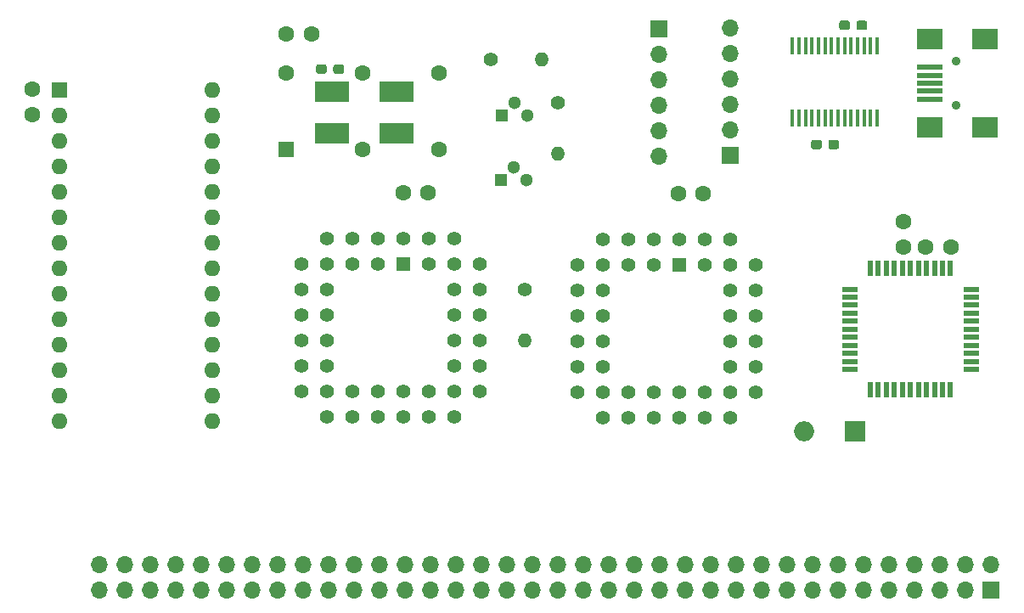
<source format=gbr>
%TF.GenerationSoftware,KiCad,Pcbnew,(5.1.12)-1*%
%TF.CreationDate,2022-08-10T21:51:47-07:00*%
%TF.ProjectId,JBX16_UARTCard,4a425831-365f-4554-9152-54436172642e,rev?*%
%TF.SameCoordinates,Original*%
%TF.FileFunction,Soldermask,Top*%
%TF.FilePolarity,Negative*%
%FSLAX46Y46*%
G04 Gerber Fmt 4.6, Leading zero omitted, Abs format (unit mm)*
G04 Created by KiCad (PCBNEW (5.1.12)-1) date 2022-08-10 21:51:47*
%MOMM*%
%LPD*%
G01*
G04 APERTURE LIST*
%ADD10O,1.700000X1.700000*%
%ADD11R,1.700000X1.700000*%
%ADD12O,1.400000X1.400000*%
%ADD13C,1.400000*%
%ADD14R,1.300000X1.300000*%
%ADD15C,1.300000*%
%ADD16C,1.600000*%
%ADD17O,2.000000X2.000000*%
%ADD18R,2.000000X2.000000*%
%ADD19O,1.600000X1.600000*%
%ADD20R,1.600000X1.600000*%
%ADD21C,0.900000*%
%ADD22R,2.500000X0.500000*%
%ADD23R,2.500000X2.000000*%
%ADD24C,1.422400*%
%ADD25R,1.422400X1.422400*%
%ADD26R,3.500000X2.000000*%
%ADD27R,0.450000X1.750000*%
%ADD28R,0.520000X1.500000*%
%ADD29R,1.500000X0.520000*%
G04 APERTURE END LIST*
D10*
%TO.C,J3*%
X145973800Y-93827600D03*
X145973800Y-91287600D03*
X145973800Y-88747600D03*
X145973800Y-86207600D03*
X145973800Y-83667600D03*
D11*
X145973800Y-81127600D03*
%TD*%
D12*
%TO.C,R3*%
X134279640Y-84244180D03*
D13*
X129199640Y-84244180D03*
%TD*%
D12*
%TO.C,R2*%
X135856980Y-93644720D03*
D13*
X135856980Y-88564720D03*
%TD*%
D14*
%TO.C,Q2*%
X130266440Y-89827100D03*
D15*
X132806440Y-89827100D03*
X131536440Y-88557100D03*
%TD*%
%TO.C,C9*%
G36*
G01*
X165663760Y-81050140D02*
X165663760Y-80575140D01*
G75*
G02*
X165901260Y-80337640I237500J0D01*
G01*
X166501260Y-80337640D01*
G75*
G02*
X166738760Y-80575140I0J-237500D01*
G01*
X166738760Y-81050140D01*
G75*
G02*
X166501260Y-81287640I-237500J0D01*
G01*
X165901260Y-81287640D01*
G75*
G02*
X165663760Y-81050140I0J237500D01*
G01*
G37*
G36*
G01*
X163938760Y-81050140D02*
X163938760Y-80575140D01*
G75*
G02*
X164176260Y-80337640I237500J0D01*
G01*
X164776260Y-80337640D01*
G75*
G02*
X165013760Y-80575140I0J-237500D01*
G01*
X165013760Y-81050140D01*
G75*
G02*
X164776260Y-81287640I-237500J0D01*
G01*
X164176260Y-81287640D01*
G75*
G02*
X163938760Y-81050140I0J237500D01*
G01*
G37*
%TD*%
%TO.C,C8*%
G36*
G01*
X162864680Y-92942420D02*
X162864680Y-92467420D01*
G75*
G02*
X163102180Y-92229920I237500J0D01*
G01*
X163702180Y-92229920D01*
G75*
G02*
X163939680Y-92467420I0J-237500D01*
G01*
X163939680Y-92942420D01*
G75*
G02*
X163702180Y-93179920I-237500J0D01*
G01*
X163102180Y-93179920D01*
G75*
G02*
X162864680Y-92942420I0J237500D01*
G01*
G37*
G36*
G01*
X161139680Y-92942420D02*
X161139680Y-92467420D01*
G75*
G02*
X161377180Y-92229920I237500J0D01*
G01*
X161977180Y-92229920D01*
G75*
G02*
X162214680Y-92467420I0J-237500D01*
G01*
X162214680Y-92942420D01*
G75*
G02*
X161977180Y-93179920I-237500J0D01*
G01*
X161377180Y-93179920D01*
G75*
G02*
X161139680Y-92942420I0J237500D01*
G01*
G37*
%TD*%
%TO.C,C7*%
G36*
G01*
X113492160Y-85418940D02*
X113492160Y-84943940D01*
G75*
G02*
X113729660Y-84706440I237500J0D01*
G01*
X114329660Y-84706440D01*
G75*
G02*
X114567160Y-84943940I0J-237500D01*
G01*
X114567160Y-85418940D01*
G75*
G02*
X114329660Y-85656440I-237500J0D01*
G01*
X113729660Y-85656440D01*
G75*
G02*
X113492160Y-85418940I0J237500D01*
G01*
G37*
G36*
G01*
X111767160Y-85418940D02*
X111767160Y-84943940D01*
G75*
G02*
X112004660Y-84706440I237500J0D01*
G01*
X112604660Y-84706440D01*
G75*
G02*
X112842160Y-84943940I0J-237500D01*
G01*
X112842160Y-85418940D01*
G75*
G02*
X112604660Y-85656440I-237500J0D01*
G01*
X112004660Y-85656440D01*
G75*
G02*
X111767160Y-85418940I0J237500D01*
G01*
G37*
%TD*%
D16*
%TO.C,C3*%
X170307000Y-100420800D03*
X170307000Y-102920800D03*
%TD*%
D17*
%TO.C,D1*%
X160428940Y-121267220D03*
D18*
X165508940Y-121267220D03*
%TD*%
D19*
%TO.C,U5*%
X101455220Y-87223600D03*
X86215220Y-120243600D03*
X101455220Y-89763600D03*
X86215220Y-117703600D03*
X101455220Y-92303600D03*
X86215220Y-115163600D03*
X101455220Y-94843600D03*
X86215220Y-112623600D03*
X101455220Y-97383600D03*
X86215220Y-110083600D03*
X101455220Y-99923600D03*
X86215220Y-107543600D03*
X101455220Y-102463600D03*
X86215220Y-105003600D03*
X101455220Y-105003600D03*
X86215220Y-102463600D03*
X101455220Y-107543600D03*
X86215220Y-99923600D03*
X101455220Y-110083600D03*
X86215220Y-97383600D03*
X101455220Y-112623600D03*
X86215220Y-94843600D03*
X101455220Y-115163600D03*
X86215220Y-92303600D03*
X101455220Y-117703600D03*
X86215220Y-89763600D03*
X101455220Y-120243600D03*
D20*
X86215220Y-87223600D03*
%TD*%
D10*
%TO.C,U6*%
X153047700Y-81122520D03*
X153047700Y-83662520D03*
X153047700Y-86202520D03*
X153047700Y-88742520D03*
X153047700Y-91282520D03*
D11*
X153047700Y-93822520D03*
%TD*%
D10*
%TO.C,J2*%
X90208300Y-137109200D03*
X90208300Y-134569200D03*
X92748300Y-137109200D03*
X92748300Y-134569200D03*
X95288300Y-137109200D03*
X95288300Y-134569200D03*
X97828300Y-137109200D03*
X97828300Y-134569200D03*
X100368300Y-137109200D03*
X100368300Y-134569200D03*
X102908300Y-137109200D03*
X102908300Y-134569200D03*
X105448300Y-137109200D03*
X105448300Y-134569200D03*
X107988300Y-137109200D03*
X107988300Y-134569200D03*
X110528300Y-137109200D03*
X110528300Y-134569200D03*
X113068300Y-137109200D03*
X113068300Y-134569200D03*
X115608300Y-137109200D03*
X115608300Y-134569200D03*
X118148300Y-137109200D03*
X118148300Y-134569200D03*
X120688300Y-137109200D03*
X120688300Y-134569200D03*
X123228300Y-137109200D03*
X123228300Y-134569200D03*
X125768300Y-137109200D03*
X125768300Y-134569200D03*
X128308300Y-137109200D03*
X128308300Y-134569200D03*
X130848300Y-137109200D03*
X130848300Y-134569200D03*
X133388300Y-137109200D03*
X133388300Y-134569200D03*
X135928300Y-137109200D03*
X135928300Y-134569200D03*
X138468300Y-137109200D03*
X138468300Y-134569200D03*
X141008300Y-137109200D03*
X141008300Y-134569200D03*
X143548300Y-137109200D03*
X143548300Y-134569200D03*
X146088300Y-137109200D03*
X146088300Y-134569200D03*
X148628300Y-137109200D03*
X148628300Y-134569200D03*
X151168300Y-137109200D03*
X151168300Y-134569200D03*
X153708300Y-137109200D03*
X153708300Y-134569200D03*
X156248300Y-137109200D03*
X156248300Y-134569200D03*
X158788300Y-137109200D03*
X158788300Y-134569200D03*
X161328300Y-137109200D03*
X161328300Y-134569200D03*
X163868300Y-137109200D03*
X163868300Y-134569200D03*
X166408300Y-137109200D03*
X166408300Y-134569200D03*
X168948300Y-137109200D03*
X168948300Y-134569200D03*
X171488300Y-137109200D03*
X171488300Y-134569200D03*
X174028300Y-137109200D03*
X174028300Y-134569200D03*
X176568300Y-137109200D03*
X176568300Y-134569200D03*
D11*
X179108300Y-137109200D03*
D10*
X179108300Y-134569200D03*
%TD*%
D21*
%TO.C,J1*%
X175562260Y-84386060D03*
X175562260Y-88786060D03*
D22*
X172962260Y-84986060D03*
X172962260Y-85786060D03*
X172962260Y-86586060D03*
X172962260Y-87386060D03*
X172962260Y-88186060D03*
D23*
X172962260Y-82186060D03*
X172962260Y-90986060D03*
X178462260Y-82186060D03*
X178462260Y-90986060D03*
%TD*%
D24*
%TO.C,U4*%
X128084580Y-104646940D03*
X128084580Y-107186940D03*
X128084580Y-109726940D03*
X128084580Y-112266940D03*
X128084580Y-114806940D03*
X125544580Y-102106940D03*
X125544580Y-107186940D03*
X125544580Y-109726940D03*
X125544580Y-112266940D03*
X125544580Y-114806940D03*
X125544580Y-117346940D03*
X125544580Y-119886940D03*
X123004580Y-119886940D03*
X120464580Y-119886940D03*
X117924580Y-119886940D03*
X115384580Y-119886940D03*
X112844580Y-119886940D03*
X128084580Y-117346940D03*
X123004580Y-117346940D03*
X120464580Y-117346940D03*
X117924580Y-117346940D03*
X115384580Y-117346940D03*
X112844580Y-117346940D03*
X110304580Y-117346940D03*
X110304580Y-114806940D03*
X110304580Y-112266940D03*
X110304580Y-109726940D03*
X110304580Y-107186940D03*
X110304580Y-104646940D03*
X112844580Y-114806940D03*
X112844580Y-112266940D03*
X112844580Y-109726940D03*
X112844580Y-107186940D03*
X112844580Y-104646940D03*
X123004580Y-102106940D03*
X120464580Y-102106940D03*
X112844580Y-102106940D03*
X115384580Y-102106940D03*
X117924580Y-102106940D03*
X125544580Y-104646940D03*
X123004580Y-104646940D03*
X115384580Y-104646940D03*
X117924580Y-104646940D03*
D25*
X120464580Y-104646940D03*
%TD*%
D12*
%TO.C,R1*%
X132623560Y-112278160D03*
D13*
X132623560Y-107198160D03*
%TD*%
D14*
%TO.C,Q1*%
X130230880Y-96215200D03*
D15*
X132770880Y-96215200D03*
X131500880Y-94945200D03*
%TD*%
D16*
%TO.C,C6*%
X83494880Y-87218520D03*
X83494880Y-89718520D03*
%TD*%
%TO.C,C5*%
X122969660Y-97541080D03*
X120469660Y-97541080D03*
%TD*%
%TO.C,C4*%
X175051720Y-102925880D03*
X172551720Y-102925880D03*
%TD*%
%TO.C,C2*%
X111303440Y-81655920D03*
X108803440Y-81655920D03*
%TD*%
%TO.C,C1*%
X150381340Y-97558860D03*
X147881340Y-97558860D03*
%TD*%
D26*
%TO.C,X3*%
X113342280Y-87406480D03*
X119842280Y-87406480D03*
X119842280Y-91606480D03*
X113342280Y-91606480D03*
%TD*%
D16*
%TO.C,X2*%
X124045980Y-93184980D03*
X124045980Y-85564980D03*
X108805980Y-85564980D03*
D20*
X108805980Y-93184980D03*
%TD*%
D16*
%TO.C,X1*%
X116425980Y-93184980D03*
X116425980Y-85564980D03*
X108805980Y-85564980D03*
D20*
X108805980Y-93184980D03*
%TD*%
D27*
%TO.C,U3*%
X159277340Y-82881920D03*
X159927340Y-82881920D03*
X160577340Y-82881920D03*
X161227340Y-82881920D03*
X161877340Y-82881920D03*
X162527340Y-82881920D03*
X163177340Y-82881920D03*
X163827340Y-82881920D03*
X164477340Y-82881920D03*
X165127340Y-82881920D03*
X165777340Y-82881920D03*
X166427340Y-82881920D03*
X167077340Y-82881920D03*
X167727340Y-82881920D03*
X167727340Y-90081920D03*
X167077340Y-90081920D03*
X166427340Y-90081920D03*
X165777340Y-90081920D03*
X165127340Y-90081920D03*
X164477340Y-90081920D03*
X163827340Y-90081920D03*
X163177340Y-90081920D03*
X162527340Y-90081920D03*
X161877340Y-90081920D03*
X161227340Y-90081920D03*
X160577340Y-90081920D03*
X159927340Y-90081920D03*
X159277340Y-90081920D03*
%TD*%
D28*
%TO.C,U2*%
X167046140Y-105072460D03*
X167846140Y-105072460D03*
X168646140Y-105072460D03*
X169446140Y-105072460D03*
X170246140Y-105072460D03*
X171046140Y-105072460D03*
X171846140Y-105072460D03*
X172646140Y-105072460D03*
X173446140Y-105072460D03*
X174246140Y-105072460D03*
X175046140Y-105072460D03*
D29*
X177096140Y-107122460D03*
X177096140Y-107922460D03*
X177096140Y-108722460D03*
X177096140Y-109522460D03*
X177096140Y-110322460D03*
X177096140Y-111122460D03*
X177096140Y-111922460D03*
X177096140Y-112722460D03*
X177096140Y-113522460D03*
X177096140Y-114322460D03*
X177096140Y-115122460D03*
D28*
X175046140Y-117172460D03*
X174246140Y-117172460D03*
X173446140Y-117172460D03*
X172646140Y-117172460D03*
X171846140Y-117172460D03*
X171046140Y-117172460D03*
X170246140Y-117172460D03*
X169446140Y-117172460D03*
X168646140Y-117172460D03*
X167846140Y-117172460D03*
X167046140Y-117172460D03*
D29*
X164996140Y-115122460D03*
X164996140Y-114322460D03*
X164996140Y-113522460D03*
X164996140Y-112722460D03*
X164996140Y-111922460D03*
X164996140Y-111122460D03*
X164996140Y-110322460D03*
X164996140Y-109522460D03*
X164996140Y-108722460D03*
X164996140Y-107922460D03*
X164996140Y-107122460D03*
%TD*%
D24*
%TO.C,U1*%
X155633420Y-104679960D03*
X155633420Y-107219960D03*
X155633420Y-109759960D03*
X155633420Y-112299960D03*
X155633420Y-114839960D03*
X153093420Y-102139960D03*
X153093420Y-107219960D03*
X153093420Y-109759960D03*
X153093420Y-112299960D03*
X153093420Y-114839960D03*
X153093420Y-117379960D03*
X153093420Y-119919960D03*
X150553420Y-119919960D03*
X148013420Y-119919960D03*
X145473420Y-119919960D03*
X142933420Y-119919960D03*
X140393420Y-119919960D03*
X155633420Y-117379960D03*
X150553420Y-117379960D03*
X148013420Y-117379960D03*
X145473420Y-117379960D03*
X142933420Y-117379960D03*
X140393420Y-117379960D03*
X137853420Y-117379960D03*
X137853420Y-114839960D03*
X137853420Y-112299960D03*
X137853420Y-109759960D03*
X137853420Y-107219960D03*
X137853420Y-104679960D03*
X140393420Y-114839960D03*
X140393420Y-112299960D03*
X140393420Y-109759960D03*
X140393420Y-107219960D03*
X140393420Y-104679960D03*
X150553420Y-102139960D03*
X148013420Y-102139960D03*
X140393420Y-102139960D03*
X142933420Y-102139960D03*
X145473420Y-102139960D03*
X153093420Y-104679960D03*
X150553420Y-104679960D03*
X142933420Y-104679960D03*
X145473420Y-104679960D03*
D25*
X148013420Y-104679960D03*
%TD*%
M02*

</source>
